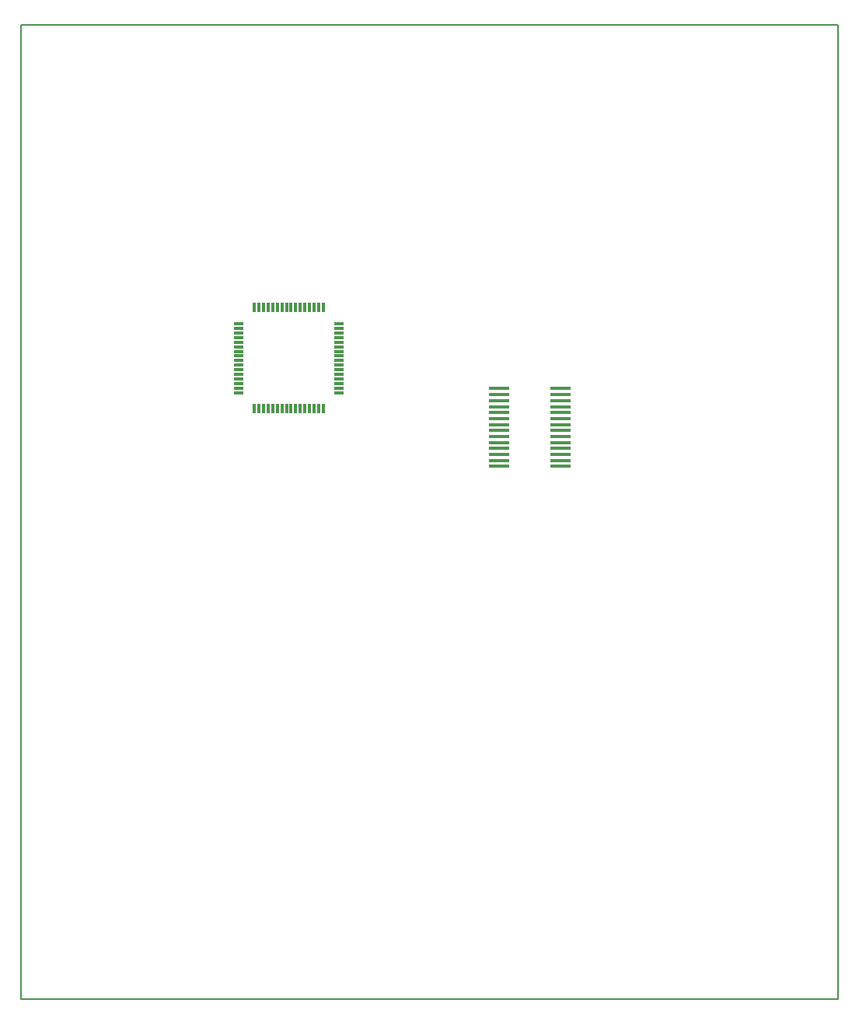
<source format=gbr>
%FSLAX35Y35*%
%MOIN*%
G04 EasyPC Gerber Version 18.0.8 Build 3632 *
%ADD119R,0.01180X0.03937*%
%ADD70C,0.00500*%
%ADD118R,0.03937X0.01180*%
%ADD120R,0.08902X0.01496*%
X0Y0D02*
D02*
D70*
X435825Y6864D02*
X85431D01*
Y424187*
X435825*
Y6864*
D02*
D118*
X178581Y266589D03*
Y268557D03*
Y270526D03*
Y272494D03*
Y274463D03*
Y276431D03*
Y278400D03*
Y280368D03*
Y282337D03*
Y284305D03*
Y286274D03*
Y288242D03*
Y290211D03*
Y292179D03*
Y294148D03*
Y296116D03*
X221888Y266589D03*
Y268557D03*
Y270526D03*
Y272494D03*
Y274463D03*
Y276431D03*
Y278400D03*
Y280368D03*
Y282337D03*
Y284305D03*
Y286274D03*
Y288242D03*
Y290211D03*
Y292179D03*
Y294148D03*
Y296116D03*
D02*
D119*
X185470Y259699D03*
Y303006D03*
X187439Y259699D03*
Y303006D03*
X189407Y259699D03*
Y303006D03*
X191376Y259699D03*
Y303006D03*
X193344Y259699D03*
Y303006D03*
X195313Y259699D03*
Y303006D03*
X197281Y259699D03*
Y303006D03*
X199250Y259699D03*
Y303006D03*
X201219Y259699D03*
Y303006D03*
X203187Y259699D03*
Y303006D03*
X205156Y259699D03*
Y303006D03*
X207124Y259699D03*
Y303006D03*
X209093Y259699D03*
Y303006D03*
X211061Y259699D03*
Y303006D03*
X213030Y259699D03*
Y303006D03*
X214998Y259699D03*
Y303006D03*
D02*
D120*
X290281Y235073D03*
Y237632D03*
Y240191D03*
Y242750D03*
Y245309D03*
Y247868D03*
Y250427D03*
Y252986D03*
Y255545D03*
Y258104D03*
Y260663D03*
Y263222D03*
Y265781D03*
Y268341D03*
X316880Y235073D03*
Y237632D03*
Y240191D03*
Y242750D03*
Y245309D03*
Y247868D03*
Y250427D03*
Y252986D03*
Y255545D03*
Y258104D03*
Y260663D03*
Y263222D03*
Y265781D03*
Y268341D03*
X0Y0D02*
M02*

</source>
